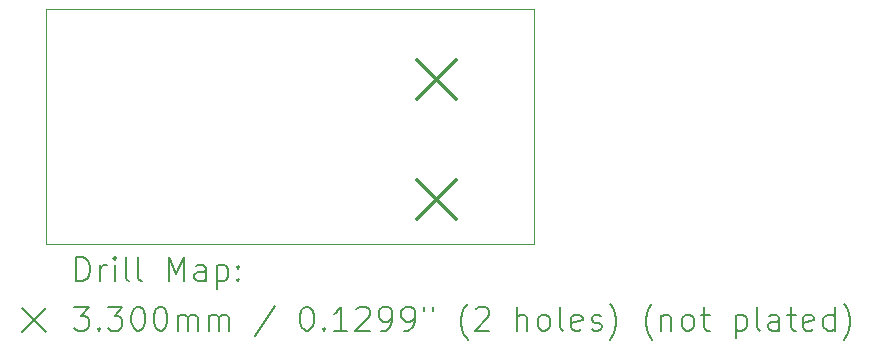
<source format=gbr>
%TF.GenerationSoftware,KiCad,Pcbnew,7.0.6*%
%TF.CreationDate,2023-12-02T19:26:26-07:00*%
%TF.ProjectId,Temp Sensor Board 1,54656d70-2053-4656-9e73-6f7220426f61,rev?*%
%TF.SameCoordinates,Original*%
%TF.FileFunction,Drillmap*%
%TF.FilePolarity,Positive*%
%FSLAX45Y45*%
G04 Gerber Fmt 4.5, Leading zero omitted, Abs format (unit mm)*
G04 Created by KiCad (PCBNEW 7.0.6) date 2023-12-02 19:26:26*
%MOMM*%
%LPD*%
G01*
G04 APERTURE LIST*
%ADD10C,0.100000*%
%ADD11C,0.200000*%
%ADD12C,0.330000*%
G04 APERTURE END LIST*
D10*
X11722100Y-7251700D02*
X15853665Y-7251700D01*
X15853665Y-9236965D01*
X11722100Y-9236965D01*
X11722100Y-7251700D01*
D11*
D12*
X14859100Y-7684100D02*
X15189100Y-8014100D01*
X15189100Y-7684100D02*
X14859100Y-8014100D01*
X14859100Y-8700100D02*
X15189100Y-9030100D01*
X15189100Y-8700100D02*
X14859100Y-9030100D01*
D11*
X11977877Y-9553448D02*
X11977877Y-9353448D01*
X11977877Y-9353448D02*
X12025496Y-9353448D01*
X12025496Y-9353448D02*
X12054067Y-9362972D01*
X12054067Y-9362972D02*
X12073115Y-9382020D01*
X12073115Y-9382020D02*
X12082639Y-9401067D01*
X12082639Y-9401067D02*
X12092162Y-9439163D01*
X12092162Y-9439163D02*
X12092162Y-9467734D01*
X12092162Y-9467734D02*
X12082639Y-9505829D01*
X12082639Y-9505829D02*
X12073115Y-9524877D01*
X12073115Y-9524877D02*
X12054067Y-9543925D01*
X12054067Y-9543925D02*
X12025496Y-9553448D01*
X12025496Y-9553448D02*
X11977877Y-9553448D01*
X12177877Y-9553448D02*
X12177877Y-9420115D01*
X12177877Y-9458210D02*
X12187401Y-9439163D01*
X12187401Y-9439163D02*
X12196924Y-9429639D01*
X12196924Y-9429639D02*
X12215972Y-9420115D01*
X12215972Y-9420115D02*
X12235020Y-9420115D01*
X12301686Y-9553448D02*
X12301686Y-9420115D01*
X12301686Y-9353448D02*
X12292162Y-9362972D01*
X12292162Y-9362972D02*
X12301686Y-9372496D01*
X12301686Y-9372496D02*
X12311210Y-9362972D01*
X12311210Y-9362972D02*
X12301686Y-9353448D01*
X12301686Y-9353448D02*
X12301686Y-9372496D01*
X12425496Y-9553448D02*
X12406448Y-9543925D01*
X12406448Y-9543925D02*
X12396924Y-9524877D01*
X12396924Y-9524877D02*
X12396924Y-9353448D01*
X12530258Y-9553448D02*
X12511210Y-9543925D01*
X12511210Y-9543925D02*
X12501686Y-9524877D01*
X12501686Y-9524877D02*
X12501686Y-9353448D01*
X12758829Y-9553448D02*
X12758829Y-9353448D01*
X12758829Y-9353448D02*
X12825496Y-9496306D01*
X12825496Y-9496306D02*
X12892162Y-9353448D01*
X12892162Y-9353448D02*
X12892162Y-9553448D01*
X13073115Y-9553448D02*
X13073115Y-9448687D01*
X13073115Y-9448687D02*
X13063591Y-9429639D01*
X13063591Y-9429639D02*
X13044543Y-9420115D01*
X13044543Y-9420115D02*
X13006448Y-9420115D01*
X13006448Y-9420115D02*
X12987401Y-9429639D01*
X13073115Y-9543925D02*
X13054067Y-9553448D01*
X13054067Y-9553448D02*
X13006448Y-9553448D01*
X13006448Y-9553448D02*
X12987401Y-9543925D01*
X12987401Y-9543925D02*
X12977877Y-9524877D01*
X12977877Y-9524877D02*
X12977877Y-9505829D01*
X12977877Y-9505829D02*
X12987401Y-9486782D01*
X12987401Y-9486782D02*
X13006448Y-9477258D01*
X13006448Y-9477258D02*
X13054067Y-9477258D01*
X13054067Y-9477258D02*
X13073115Y-9467734D01*
X13168353Y-9420115D02*
X13168353Y-9620115D01*
X13168353Y-9429639D02*
X13187401Y-9420115D01*
X13187401Y-9420115D02*
X13225496Y-9420115D01*
X13225496Y-9420115D02*
X13244543Y-9429639D01*
X13244543Y-9429639D02*
X13254067Y-9439163D01*
X13254067Y-9439163D02*
X13263591Y-9458210D01*
X13263591Y-9458210D02*
X13263591Y-9515353D01*
X13263591Y-9515353D02*
X13254067Y-9534401D01*
X13254067Y-9534401D02*
X13244543Y-9543925D01*
X13244543Y-9543925D02*
X13225496Y-9553448D01*
X13225496Y-9553448D02*
X13187401Y-9553448D01*
X13187401Y-9553448D02*
X13168353Y-9543925D01*
X13349305Y-9534401D02*
X13358829Y-9543925D01*
X13358829Y-9543925D02*
X13349305Y-9553448D01*
X13349305Y-9553448D02*
X13339782Y-9543925D01*
X13339782Y-9543925D02*
X13349305Y-9534401D01*
X13349305Y-9534401D02*
X13349305Y-9553448D01*
X13349305Y-9429639D02*
X13358829Y-9439163D01*
X13358829Y-9439163D02*
X13349305Y-9448687D01*
X13349305Y-9448687D02*
X13339782Y-9439163D01*
X13339782Y-9439163D02*
X13349305Y-9429639D01*
X13349305Y-9429639D02*
X13349305Y-9448687D01*
X11517100Y-9781965D02*
X11717100Y-9981965D01*
X11717100Y-9781965D02*
X11517100Y-9981965D01*
X11958829Y-9773448D02*
X12082639Y-9773448D01*
X12082639Y-9773448D02*
X12015972Y-9849639D01*
X12015972Y-9849639D02*
X12044543Y-9849639D01*
X12044543Y-9849639D02*
X12063591Y-9859163D01*
X12063591Y-9859163D02*
X12073115Y-9868687D01*
X12073115Y-9868687D02*
X12082639Y-9887734D01*
X12082639Y-9887734D02*
X12082639Y-9935353D01*
X12082639Y-9935353D02*
X12073115Y-9954401D01*
X12073115Y-9954401D02*
X12063591Y-9963925D01*
X12063591Y-9963925D02*
X12044543Y-9973448D01*
X12044543Y-9973448D02*
X11987401Y-9973448D01*
X11987401Y-9973448D02*
X11968353Y-9963925D01*
X11968353Y-9963925D02*
X11958829Y-9954401D01*
X12168353Y-9954401D02*
X12177877Y-9963925D01*
X12177877Y-9963925D02*
X12168353Y-9973448D01*
X12168353Y-9973448D02*
X12158829Y-9963925D01*
X12158829Y-9963925D02*
X12168353Y-9954401D01*
X12168353Y-9954401D02*
X12168353Y-9973448D01*
X12244543Y-9773448D02*
X12368353Y-9773448D01*
X12368353Y-9773448D02*
X12301686Y-9849639D01*
X12301686Y-9849639D02*
X12330258Y-9849639D01*
X12330258Y-9849639D02*
X12349305Y-9859163D01*
X12349305Y-9859163D02*
X12358829Y-9868687D01*
X12358829Y-9868687D02*
X12368353Y-9887734D01*
X12368353Y-9887734D02*
X12368353Y-9935353D01*
X12368353Y-9935353D02*
X12358829Y-9954401D01*
X12358829Y-9954401D02*
X12349305Y-9963925D01*
X12349305Y-9963925D02*
X12330258Y-9973448D01*
X12330258Y-9973448D02*
X12273115Y-9973448D01*
X12273115Y-9973448D02*
X12254067Y-9963925D01*
X12254067Y-9963925D02*
X12244543Y-9954401D01*
X12492162Y-9773448D02*
X12511210Y-9773448D01*
X12511210Y-9773448D02*
X12530258Y-9782972D01*
X12530258Y-9782972D02*
X12539782Y-9792496D01*
X12539782Y-9792496D02*
X12549305Y-9811544D01*
X12549305Y-9811544D02*
X12558829Y-9849639D01*
X12558829Y-9849639D02*
X12558829Y-9897258D01*
X12558829Y-9897258D02*
X12549305Y-9935353D01*
X12549305Y-9935353D02*
X12539782Y-9954401D01*
X12539782Y-9954401D02*
X12530258Y-9963925D01*
X12530258Y-9963925D02*
X12511210Y-9973448D01*
X12511210Y-9973448D02*
X12492162Y-9973448D01*
X12492162Y-9973448D02*
X12473115Y-9963925D01*
X12473115Y-9963925D02*
X12463591Y-9954401D01*
X12463591Y-9954401D02*
X12454067Y-9935353D01*
X12454067Y-9935353D02*
X12444543Y-9897258D01*
X12444543Y-9897258D02*
X12444543Y-9849639D01*
X12444543Y-9849639D02*
X12454067Y-9811544D01*
X12454067Y-9811544D02*
X12463591Y-9792496D01*
X12463591Y-9792496D02*
X12473115Y-9782972D01*
X12473115Y-9782972D02*
X12492162Y-9773448D01*
X12682639Y-9773448D02*
X12701686Y-9773448D01*
X12701686Y-9773448D02*
X12720734Y-9782972D01*
X12720734Y-9782972D02*
X12730258Y-9792496D01*
X12730258Y-9792496D02*
X12739782Y-9811544D01*
X12739782Y-9811544D02*
X12749305Y-9849639D01*
X12749305Y-9849639D02*
X12749305Y-9897258D01*
X12749305Y-9897258D02*
X12739782Y-9935353D01*
X12739782Y-9935353D02*
X12730258Y-9954401D01*
X12730258Y-9954401D02*
X12720734Y-9963925D01*
X12720734Y-9963925D02*
X12701686Y-9973448D01*
X12701686Y-9973448D02*
X12682639Y-9973448D01*
X12682639Y-9973448D02*
X12663591Y-9963925D01*
X12663591Y-9963925D02*
X12654067Y-9954401D01*
X12654067Y-9954401D02*
X12644543Y-9935353D01*
X12644543Y-9935353D02*
X12635020Y-9897258D01*
X12635020Y-9897258D02*
X12635020Y-9849639D01*
X12635020Y-9849639D02*
X12644543Y-9811544D01*
X12644543Y-9811544D02*
X12654067Y-9792496D01*
X12654067Y-9792496D02*
X12663591Y-9782972D01*
X12663591Y-9782972D02*
X12682639Y-9773448D01*
X12835020Y-9973448D02*
X12835020Y-9840115D01*
X12835020Y-9859163D02*
X12844543Y-9849639D01*
X12844543Y-9849639D02*
X12863591Y-9840115D01*
X12863591Y-9840115D02*
X12892163Y-9840115D01*
X12892163Y-9840115D02*
X12911210Y-9849639D01*
X12911210Y-9849639D02*
X12920734Y-9868687D01*
X12920734Y-9868687D02*
X12920734Y-9973448D01*
X12920734Y-9868687D02*
X12930258Y-9849639D01*
X12930258Y-9849639D02*
X12949305Y-9840115D01*
X12949305Y-9840115D02*
X12977877Y-9840115D01*
X12977877Y-9840115D02*
X12996924Y-9849639D01*
X12996924Y-9849639D02*
X13006448Y-9868687D01*
X13006448Y-9868687D02*
X13006448Y-9973448D01*
X13101686Y-9973448D02*
X13101686Y-9840115D01*
X13101686Y-9859163D02*
X13111210Y-9849639D01*
X13111210Y-9849639D02*
X13130258Y-9840115D01*
X13130258Y-9840115D02*
X13158829Y-9840115D01*
X13158829Y-9840115D02*
X13177877Y-9849639D01*
X13177877Y-9849639D02*
X13187401Y-9868687D01*
X13187401Y-9868687D02*
X13187401Y-9973448D01*
X13187401Y-9868687D02*
X13196924Y-9849639D01*
X13196924Y-9849639D02*
X13215972Y-9840115D01*
X13215972Y-9840115D02*
X13244543Y-9840115D01*
X13244543Y-9840115D02*
X13263591Y-9849639D01*
X13263591Y-9849639D02*
X13273115Y-9868687D01*
X13273115Y-9868687D02*
X13273115Y-9973448D01*
X13663591Y-9763925D02*
X13492163Y-10021067D01*
X13920734Y-9773448D02*
X13939782Y-9773448D01*
X13939782Y-9773448D02*
X13958829Y-9782972D01*
X13958829Y-9782972D02*
X13968353Y-9792496D01*
X13968353Y-9792496D02*
X13977877Y-9811544D01*
X13977877Y-9811544D02*
X13987401Y-9849639D01*
X13987401Y-9849639D02*
X13987401Y-9897258D01*
X13987401Y-9897258D02*
X13977877Y-9935353D01*
X13977877Y-9935353D02*
X13968353Y-9954401D01*
X13968353Y-9954401D02*
X13958829Y-9963925D01*
X13958829Y-9963925D02*
X13939782Y-9973448D01*
X13939782Y-9973448D02*
X13920734Y-9973448D01*
X13920734Y-9973448D02*
X13901686Y-9963925D01*
X13901686Y-9963925D02*
X13892163Y-9954401D01*
X13892163Y-9954401D02*
X13882639Y-9935353D01*
X13882639Y-9935353D02*
X13873115Y-9897258D01*
X13873115Y-9897258D02*
X13873115Y-9849639D01*
X13873115Y-9849639D02*
X13882639Y-9811544D01*
X13882639Y-9811544D02*
X13892163Y-9792496D01*
X13892163Y-9792496D02*
X13901686Y-9782972D01*
X13901686Y-9782972D02*
X13920734Y-9773448D01*
X14073115Y-9954401D02*
X14082639Y-9963925D01*
X14082639Y-9963925D02*
X14073115Y-9973448D01*
X14073115Y-9973448D02*
X14063591Y-9963925D01*
X14063591Y-9963925D02*
X14073115Y-9954401D01*
X14073115Y-9954401D02*
X14073115Y-9973448D01*
X14273115Y-9973448D02*
X14158829Y-9973448D01*
X14215972Y-9973448D02*
X14215972Y-9773448D01*
X14215972Y-9773448D02*
X14196925Y-9802020D01*
X14196925Y-9802020D02*
X14177877Y-9821067D01*
X14177877Y-9821067D02*
X14158829Y-9830591D01*
X14349306Y-9792496D02*
X14358829Y-9782972D01*
X14358829Y-9782972D02*
X14377877Y-9773448D01*
X14377877Y-9773448D02*
X14425496Y-9773448D01*
X14425496Y-9773448D02*
X14444544Y-9782972D01*
X14444544Y-9782972D02*
X14454067Y-9792496D01*
X14454067Y-9792496D02*
X14463591Y-9811544D01*
X14463591Y-9811544D02*
X14463591Y-9830591D01*
X14463591Y-9830591D02*
X14454067Y-9859163D01*
X14454067Y-9859163D02*
X14339782Y-9973448D01*
X14339782Y-9973448D02*
X14463591Y-9973448D01*
X14558829Y-9973448D02*
X14596925Y-9973448D01*
X14596925Y-9973448D02*
X14615972Y-9963925D01*
X14615972Y-9963925D02*
X14625496Y-9954401D01*
X14625496Y-9954401D02*
X14644544Y-9925829D01*
X14644544Y-9925829D02*
X14654067Y-9887734D01*
X14654067Y-9887734D02*
X14654067Y-9811544D01*
X14654067Y-9811544D02*
X14644544Y-9792496D01*
X14644544Y-9792496D02*
X14635020Y-9782972D01*
X14635020Y-9782972D02*
X14615972Y-9773448D01*
X14615972Y-9773448D02*
X14577877Y-9773448D01*
X14577877Y-9773448D02*
X14558829Y-9782972D01*
X14558829Y-9782972D02*
X14549306Y-9792496D01*
X14549306Y-9792496D02*
X14539782Y-9811544D01*
X14539782Y-9811544D02*
X14539782Y-9859163D01*
X14539782Y-9859163D02*
X14549306Y-9878210D01*
X14549306Y-9878210D02*
X14558829Y-9887734D01*
X14558829Y-9887734D02*
X14577877Y-9897258D01*
X14577877Y-9897258D02*
X14615972Y-9897258D01*
X14615972Y-9897258D02*
X14635020Y-9887734D01*
X14635020Y-9887734D02*
X14644544Y-9878210D01*
X14644544Y-9878210D02*
X14654067Y-9859163D01*
X14749306Y-9973448D02*
X14787401Y-9973448D01*
X14787401Y-9973448D02*
X14806448Y-9963925D01*
X14806448Y-9963925D02*
X14815972Y-9954401D01*
X14815972Y-9954401D02*
X14835020Y-9925829D01*
X14835020Y-9925829D02*
X14844544Y-9887734D01*
X14844544Y-9887734D02*
X14844544Y-9811544D01*
X14844544Y-9811544D02*
X14835020Y-9792496D01*
X14835020Y-9792496D02*
X14825496Y-9782972D01*
X14825496Y-9782972D02*
X14806448Y-9773448D01*
X14806448Y-9773448D02*
X14768353Y-9773448D01*
X14768353Y-9773448D02*
X14749306Y-9782972D01*
X14749306Y-9782972D02*
X14739782Y-9792496D01*
X14739782Y-9792496D02*
X14730258Y-9811544D01*
X14730258Y-9811544D02*
X14730258Y-9859163D01*
X14730258Y-9859163D02*
X14739782Y-9878210D01*
X14739782Y-9878210D02*
X14749306Y-9887734D01*
X14749306Y-9887734D02*
X14768353Y-9897258D01*
X14768353Y-9897258D02*
X14806448Y-9897258D01*
X14806448Y-9897258D02*
X14825496Y-9887734D01*
X14825496Y-9887734D02*
X14835020Y-9878210D01*
X14835020Y-9878210D02*
X14844544Y-9859163D01*
X14920734Y-9773448D02*
X14920734Y-9811544D01*
X14996925Y-9773448D02*
X14996925Y-9811544D01*
X15292163Y-10049639D02*
X15282639Y-10040115D01*
X15282639Y-10040115D02*
X15263591Y-10011544D01*
X15263591Y-10011544D02*
X15254068Y-9992496D01*
X15254068Y-9992496D02*
X15244544Y-9963925D01*
X15244544Y-9963925D02*
X15235020Y-9916306D01*
X15235020Y-9916306D02*
X15235020Y-9878210D01*
X15235020Y-9878210D02*
X15244544Y-9830591D01*
X15244544Y-9830591D02*
X15254068Y-9802020D01*
X15254068Y-9802020D02*
X15263591Y-9782972D01*
X15263591Y-9782972D02*
X15282639Y-9754401D01*
X15282639Y-9754401D02*
X15292163Y-9744877D01*
X15358829Y-9792496D02*
X15368353Y-9782972D01*
X15368353Y-9782972D02*
X15387401Y-9773448D01*
X15387401Y-9773448D02*
X15435020Y-9773448D01*
X15435020Y-9773448D02*
X15454068Y-9782972D01*
X15454068Y-9782972D02*
X15463591Y-9792496D01*
X15463591Y-9792496D02*
X15473115Y-9811544D01*
X15473115Y-9811544D02*
X15473115Y-9830591D01*
X15473115Y-9830591D02*
X15463591Y-9859163D01*
X15463591Y-9859163D02*
X15349306Y-9973448D01*
X15349306Y-9973448D02*
X15473115Y-9973448D01*
X15711210Y-9973448D02*
X15711210Y-9773448D01*
X15796925Y-9973448D02*
X15796925Y-9868687D01*
X15796925Y-9868687D02*
X15787401Y-9849639D01*
X15787401Y-9849639D02*
X15768353Y-9840115D01*
X15768353Y-9840115D02*
X15739782Y-9840115D01*
X15739782Y-9840115D02*
X15720734Y-9849639D01*
X15720734Y-9849639D02*
X15711210Y-9859163D01*
X15920734Y-9973448D02*
X15901687Y-9963925D01*
X15901687Y-9963925D02*
X15892163Y-9954401D01*
X15892163Y-9954401D02*
X15882639Y-9935353D01*
X15882639Y-9935353D02*
X15882639Y-9878210D01*
X15882639Y-9878210D02*
X15892163Y-9859163D01*
X15892163Y-9859163D02*
X15901687Y-9849639D01*
X15901687Y-9849639D02*
X15920734Y-9840115D01*
X15920734Y-9840115D02*
X15949306Y-9840115D01*
X15949306Y-9840115D02*
X15968353Y-9849639D01*
X15968353Y-9849639D02*
X15977877Y-9859163D01*
X15977877Y-9859163D02*
X15987401Y-9878210D01*
X15987401Y-9878210D02*
X15987401Y-9935353D01*
X15987401Y-9935353D02*
X15977877Y-9954401D01*
X15977877Y-9954401D02*
X15968353Y-9963925D01*
X15968353Y-9963925D02*
X15949306Y-9973448D01*
X15949306Y-9973448D02*
X15920734Y-9973448D01*
X16101687Y-9973448D02*
X16082639Y-9963925D01*
X16082639Y-9963925D02*
X16073115Y-9944877D01*
X16073115Y-9944877D02*
X16073115Y-9773448D01*
X16254068Y-9963925D02*
X16235020Y-9973448D01*
X16235020Y-9973448D02*
X16196925Y-9973448D01*
X16196925Y-9973448D02*
X16177877Y-9963925D01*
X16177877Y-9963925D02*
X16168353Y-9944877D01*
X16168353Y-9944877D02*
X16168353Y-9868687D01*
X16168353Y-9868687D02*
X16177877Y-9849639D01*
X16177877Y-9849639D02*
X16196925Y-9840115D01*
X16196925Y-9840115D02*
X16235020Y-9840115D01*
X16235020Y-9840115D02*
X16254068Y-9849639D01*
X16254068Y-9849639D02*
X16263591Y-9868687D01*
X16263591Y-9868687D02*
X16263591Y-9887734D01*
X16263591Y-9887734D02*
X16168353Y-9906782D01*
X16339782Y-9963925D02*
X16358830Y-9973448D01*
X16358830Y-9973448D02*
X16396925Y-9973448D01*
X16396925Y-9973448D02*
X16415972Y-9963925D01*
X16415972Y-9963925D02*
X16425496Y-9944877D01*
X16425496Y-9944877D02*
X16425496Y-9935353D01*
X16425496Y-9935353D02*
X16415972Y-9916306D01*
X16415972Y-9916306D02*
X16396925Y-9906782D01*
X16396925Y-9906782D02*
X16368353Y-9906782D01*
X16368353Y-9906782D02*
X16349306Y-9897258D01*
X16349306Y-9897258D02*
X16339782Y-9878210D01*
X16339782Y-9878210D02*
X16339782Y-9868687D01*
X16339782Y-9868687D02*
X16349306Y-9849639D01*
X16349306Y-9849639D02*
X16368353Y-9840115D01*
X16368353Y-9840115D02*
X16396925Y-9840115D01*
X16396925Y-9840115D02*
X16415972Y-9849639D01*
X16492163Y-10049639D02*
X16501687Y-10040115D01*
X16501687Y-10040115D02*
X16520734Y-10011544D01*
X16520734Y-10011544D02*
X16530258Y-9992496D01*
X16530258Y-9992496D02*
X16539782Y-9963925D01*
X16539782Y-9963925D02*
X16549306Y-9916306D01*
X16549306Y-9916306D02*
X16549306Y-9878210D01*
X16549306Y-9878210D02*
X16539782Y-9830591D01*
X16539782Y-9830591D02*
X16530258Y-9802020D01*
X16530258Y-9802020D02*
X16520734Y-9782972D01*
X16520734Y-9782972D02*
X16501687Y-9754401D01*
X16501687Y-9754401D02*
X16492163Y-9744877D01*
X16854068Y-10049639D02*
X16844544Y-10040115D01*
X16844544Y-10040115D02*
X16825496Y-10011544D01*
X16825496Y-10011544D02*
X16815973Y-9992496D01*
X16815973Y-9992496D02*
X16806449Y-9963925D01*
X16806449Y-9963925D02*
X16796925Y-9916306D01*
X16796925Y-9916306D02*
X16796925Y-9878210D01*
X16796925Y-9878210D02*
X16806449Y-9830591D01*
X16806449Y-9830591D02*
X16815973Y-9802020D01*
X16815973Y-9802020D02*
X16825496Y-9782972D01*
X16825496Y-9782972D02*
X16844544Y-9754401D01*
X16844544Y-9754401D02*
X16854068Y-9744877D01*
X16930258Y-9840115D02*
X16930258Y-9973448D01*
X16930258Y-9859163D02*
X16939782Y-9849639D01*
X16939782Y-9849639D02*
X16958830Y-9840115D01*
X16958830Y-9840115D02*
X16987401Y-9840115D01*
X16987401Y-9840115D02*
X17006449Y-9849639D01*
X17006449Y-9849639D02*
X17015973Y-9868687D01*
X17015973Y-9868687D02*
X17015973Y-9973448D01*
X17139782Y-9973448D02*
X17120734Y-9963925D01*
X17120734Y-9963925D02*
X17111211Y-9954401D01*
X17111211Y-9954401D02*
X17101687Y-9935353D01*
X17101687Y-9935353D02*
X17101687Y-9878210D01*
X17101687Y-9878210D02*
X17111211Y-9859163D01*
X17111211Y-9859163D02*
X17120734Y-9849639D01*
X17120734Y-9849639D02*
X17139782Y-9840115D01*
X17139782Y-9840115D02*
X17168354Y-9840115D01*
X17168354Y-9840115D02*
X17187401Y-9849639D01*
X17187401Y-9849639D02*
X17196925Y-9859163D01*
X17196925Y-9859163D02*
X17206449Y-9878210D01*
X17206449Y-9878210D02*
X17206449Y-9935353D01*
X17206449Y-9935353D02*
X17196925Y-9954401D01*
X17196925Y-9954401D02*
X17187401Y-9963925D01*
X17187401Y-9963925D02*
X17168354Y-9973448D01*
X17168354Y-9973448D02*
X17139782Y-9973448D01*
X17263592Y-9840115D02*
X17339782Y-9840115D01*
X17292163Y-9773448D02*
X17292163Y-9944877D01*
X17292163Y-9944877D02*
X17301687Y-9963925D01*
X17301687Y-9963925D02*
X17320734Y-9973448D01*
X17320734Y-9973448D02*
X17339782Y-9973448D01*
X17558830Y-9840115D02*
X17558830Y-10040115D01*
X17558830Y-9849639D02*
X17577877Y-9840115D01*
X17577877Y-9840115D02*
X17615973Y-9840115D01*
X17615973Y-9840115D02*
X17635020Y-9849639D01*
X17635020Y-9849639D02*
X17644544Y-9859163D01*
X17644544Y-9859163D02*
X17654068Y-9878210D01*
X17654068Y-9878210D02*
X17654068Y-9935353D01*
X17654068Y-9935353D02*
X17644544Y-9954401D01*
X17644544Y-9954401D02*
X17635020Y-9963925D01*
X17635020Y-9963925D02*
X17615973Y-9973448D01*
X17615973Y-9973448D02*
X17577877Y-9973448D01*
X17577877Y-9973448D02*
X17558830Y-9963925D01*
X17768354Y-9973448D02*
X17749306Y-9963925D01*
X17749306Y-9963925D02*
X17739782Y-9944877D01*
X17739782Y-9944877D02*
X17739782Y-9773448D01*
X17930258Y-9973448D02*
X17930258Y-9868687D01*
X17930258Y-9868687D02*
X17920735Y-9849639D01*
X17920735Y-9849639D02*
X17901687Y-9840115D01*
X17901687Y-9840115D02*
X17863592Y-9840115D01*
X17863592Y-9840115D02*
X17844544Y-9849639D01*
X17930258Y-9963925D02*
X17911211Y-9973448D01*
X17911211Y-9973448D02*
X17863592Y-9973448D01*
X17863592Y-9973448D02*
X17844544Y-9963925D01*
X17844544Y-9963925D02*
X17835020Y-9944877D01*
X17835020Y-9944877D02*
X17835020Y-9925829D01*
X17835020Y-9925829D02*
X17844544Y-9906782D01*
X17844544Y-9906782D02*
X17863592Y-9897258D01*
X17863592Y-9897258D02*
X17911211Y-9897258D01*
X17911211Y-9897258D02*
X17930258Y-9887734D01*
X17996925Y-9840115D02*
X18073115Y-9840115D01*
X18025496Y-9773448D02*
X18025496Y-9944877D01*
X18025496Y-9944877D02*
X18035020Y-9963925D01*
X18035020Y-9963925D02*
X18054068Y-9973448D01*
X18054068Y-9973448D02*
X18073115Y-9973448D01*
X18215973Y-9963925D02*
X18196925Y-9973448D01*
X18196925Y-9973448D02*
X18158830Y-9973448D01*
X18158830Y-9973448D02*
X18139782Y-9963925D01*
X18139782Y-9963925D02*
X18130258Y-9944877D01*
X18130258Y-9944877D02*
X18130258Y-9868687D01*
X18130258Y-9868687D02*
X18139782Y-9849639D01*
X18139782Y-9849639D02*
X18158830Y-9840115D01*
X18158830Y-9840115D02*
X18196925Y-9840115D01*
X18196925Y-9840115D02*
X18215973Y-9849639D01*
X18215973Y-9849639D02*
X18225496Y-9868687D01*
X18225496Y-9868687D02*
X18225496Y-9887734D01*
X18225496Y-9887734D02*
X18130258Y-9906782D01*
X18396925Y-9973448D02*
X18396925Y-9773448D01*
X18396925Y-9963925D02*
X18377877Y-9973448D01*
X18377877Y-9973448D02*
X18339782Y-9973448D01*
X18339782Y-9973448D02*
X18320735Y-9963925D01*
X18320735Y-9963925D02*
X18311211Y-9954401D01*
X18311211Y-9954401D02*
X18301687Y-9935353D01*
X18301687Y-9935353D02*
X18301687Y-9878210D01*
X18301687Y-9878210D02*
X18311211Y-9859163D01*
X18311211Y-9859163D02*
X18320735Y-9849639D01*
X18320735Y-9849639D02*
X18339782Y-9840115D01*
X18339782Y-9840115D02*
X18377877Y-9840115D01*
X18377877Y-9840115D02*
X18396925Y-9849639D01*
X18473116Y-10049639D02*
X18482639Y-10040115D01*
X18482639Y-10040115D02*
X18501687Y-10011544D01*
X18501687Y-10011544D02*
X18511211Y-9992496D01*
X18511211Y-9992496D02*
X18520735Y-9963925D01*
X18520735Y-9963925D02*
X18530258Y-9916306D01*
X18530258Y-9916306D02*
X18530258Y-9878210D01*
X18530258Y-9878210D02*
X18520735Y-9830591D01*
X18520735Y-9830591D02*
X18511211Y-9802020D01*
X18511211Y-9802020D02*
X18501687Y-9782972D01*
X18501687Y-9782972D02*
X18482639Y-9754401D01*
X18482639Y-9754401D02*
X18473116Y-9744877D01*
M02*

</source>
